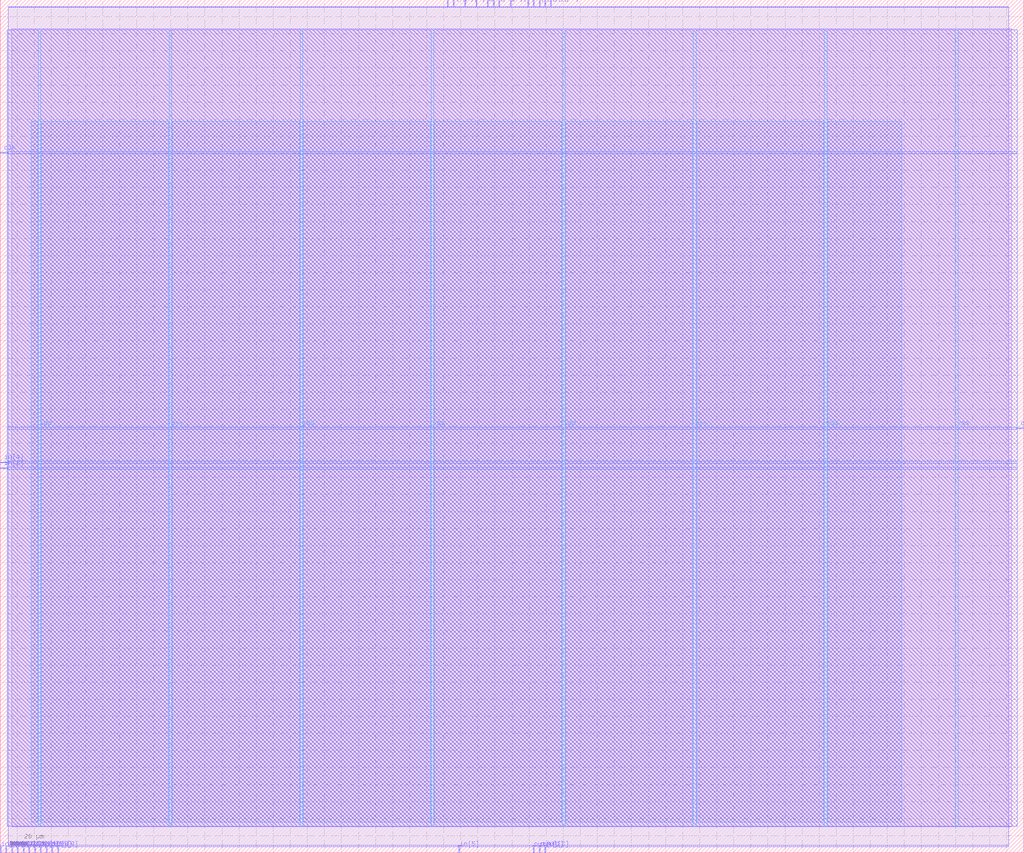
<source format=lef>
VERSION 5.7 ;
  NOWIREEXTENSIONATPIN ON ;
  DIVIDERCHAR "/" ;
  BUSBITCHARS "[]" ;
MACRO totp
  CLASS BLOCK ;
  FOREIGN totp ;
  ORIGIN 0.000 0.000 ;
  SIZE 600.000 BY 500.000 ;
  PIN clk
    DIRECTION INPUT ;
    USE SIGNAL ;
    ANTENNAGATEAREA 4.738000 ;
    ANTENNADIFFAREA 0.410400 ;
    PORT
      LAYER Metal3 ;
        RECT 0.000 409.920 4.000 410.480 ;
    END
  END clk
  PIN in[0]
    DIRECTION INPUT ;
    USE SIGNAL ;
    ANTENNAGATEAREA 0.498500 ;
    ANTENNADIFFAREA 0.410400 ;
    PORT
      LAYER Metal2 ;
        RECT 272.160 496.000 272.720 500.000 ;
    END
  END in[0]
  PIN in[10]
    DIRECTION INPUT ;
    USE SIGNAL ;
    PORT
      LAYER Metal2 ;
        RECT 0.000 0.000 0.560 4.000 ;
    END
  END in[10]
  PIN in[11]
    DIRECTION INPUT ;
    USE SIGNAL ;
    PORT
      LAYER Metal2 ;
        RECT 3.360 0.000 3.920 4.000 ;
    END
  END in[11]
  PIN in[12]
    DIRECTION INPUT ;
    USE SIGNAL ;
    PORT
      LAYER Metal2 ;
        RECT 6.720 0.000 7.280 4.000 ;
    END
  END in[12]
  PIN in[13]
    DIRECTION INPUT ;
    USE SIGNAL ;
    PORT
      LAYER Metal2 ;
        RECT 10.080 0.000 10.640 4.000 ;
    END
  END in[13]
  PIN in[14]
    DIRECTION INPUT ;
    USE SIGNAL ;
    PORT
      LAYER Metal2 ;
        RECT 13.440 0.000 14.000 4.000 ;
    END
  END in[14]
  PIN in[15]
    DIRECTION INPUT ;
    USE SIGNAL ;
    PORT
      LAYER Metal2 ;
        RECT 16.800 0.000 17.360 4.000 ;
    END
  END in[15]
  PIN in[16]
    DIRECTION INPUT ;
    USE SIGNAL ;
    PORT
      LAYER Metal2 ;
        RECT 20.160 0.000 20.720 4.000 ;
    END
  END in[16]
  PIN in[17]
    DIRECTION INPUT ;
    USE SIGNAL ;
    PORT
      LAYER Metal2 ;
        RECT 23.520 0.000 24.080 4.000 ;
    END
  END in[17]
  PIN in[1]
    DIRECTION INPUT ;
    USE SIGNAL ;
    ANTENNAGATEAREA 0.498500 ;
    ANTENNADIFFAREA 0.410400 ;
    PORT
      LAYER Metal2 ;
        RECT 265.440 496.000 266.000 500.000 ;
    END
  END in[1]
  PIN in[2]
    DIRECTION INPUT ;
    USE SIGNAL ;
    ANTENNAGATEAREA 0.726000 ;
    ANTENNADIFFAREA 0.410400 ;
    PORT
      LAYER Metal2 ;
        RECT 262.080 496.000 262.640 500.000 ;
    END
  END in[2]
  PIN in[3]
    DIRECTION INPUT ;
    USE SIGNAL ;
    ANTENNAGATEAREA 0.498500 ;
    ANTENNADIFFAREA 0.410400 ;
    PORT
      LAYER Metal3 ;
        RECT 0.000 225.120 4.000 225.680 ;
    END
  END in[3]
  PIN in[4]
    DIRECTION INPUT ;
    USE SIGNAL ;
    ANTENNAGATEAREA 0.498500 ;
    ANTENNADIFFAREA 0.410400 ;
    PORT
      LAYER Metal3 ;
        RECT 0.000 228.480 4.000 229.040 ;
    END
  END in[4]
  PIN in[5]
    DIRECTION INPUT ;
    USE SIGNAL ;
    ANTENNAGATEAREA 0.726000 ;
    ANTENNADIFFAREA 0.410400 ;
    PORT
      LAYER Metal2 ;
        RECT 268.800 0.000 269.360 4.000 ;
    END
  END in[5]
  PIN in[6]
    DIRECTION INPUT ;
    USE SIGNAL ;
    ANTENNAGATEAREA 0.498500 ;
    ANTENNADIFFAREA 0.410400 ;
    PORT
      LAYER Metal2 ;
        RECT 288.960 496.000 289.520 500.000 ;
    END
  END in[6]
  PIN in[7]
    DIRECTION INPUT ;
    USE SIGNAL ;
    PORT
      LAYER Metal2 ;
        RECT 26.880 0.000 27.440 4.000 ;
    END
  END in[7]
  PIN in[8]
    DIRECTION INPUT ;
    USE SIGNAL ;
    PORT
      LAYER Metal2 ;
        RECT 30.240 0.000 30.800 4.000 ;
    END
  END in[8]
  PIN in[9]
    DIRECTION INPUT ;
    USE SIGNAL ;
    PORT
      LAYER Metal2 ;
        RECT 33.600 0.000 34.160 4.000 ;
    END
  END in[9]
  PIN out[0]
    DIRECTION OUTPUT TRISTATE ;
    USE SIGNAL ;
    ANTENNADIFFAREA 4.731200 ;
    PORT
      LAYER Metal2 ;
        RECT 312.480 0.000 313.040 4.000 ;
    END
  END out[0]
  PIN out[10]
    DIRECTION OUTPUT TRISTATE ;
    USE SIGNAL ;
    ANTENNADIFFAREA 4.731200 ;
    PORT
      LAYER Metal2 ;
        RECT 285.600 496.000 286.160 500.000 ;
    END
  END out[10]
  PIN out[11]
    DIRECTION OUTPUT TRISTATE ;
    USE SIGNAL ;
    ANTENNADIFFAREA 4.731200 ;
    PORT
      LAYER Metal2 ;
        RECT 322.560 496.000 323.120 500.000 ;
    END
  END out[11]
  PIN out[1]
    DIRECTION OUTPUT TRISTATE ;
    USE SIGNAL ;
    ANTENNADIFFAREA 4.731200 ;
    PORT
      LAYER Metal2 ;
        RECT 315.840 0.000 316.400 4.000 ;
    END
  END out[1]
  PIN out[2]
    DIRECTION OUTPUT TRISTATE ;
    USE SIGNAL ;
    ANTENNADIFFAREA 4.731200 ;
    PORT
      LAYER Metal3 ;
        RECT 596.000 248.640 600.000 249.200 ;
    END
  END out[2]
  PIN out[3]
    DIRECTION OUTPUT TRISTATE ;
    USE SIGNAL ;
    ANTENNADIFFAREA 4.731200 ;
    PORT
      LAYER Metal2 ;
        RECT 319.200 0.000 319.760 4.000 ;
    END
  END out[3]
  PIN out[4]
    DIRECTION OUTPUT TRISTATE ;
    USE SIGNAL ;
    ANTENNADIFFAREA 4.731200 ;
    PORT
      LAYER Metal2 ;
        RECT 312.480 496.000 313.040 500.000 ;
    END
  END out[4]
  PIN out[5]
    DIRECTION OUTPUT TRISTATE ;
    USE SIGNAL ;
    ANTENNADIFFAREA 4.731200 ;
    PORT
      LAYER Metal2 ;
        RECT 315.840 496.000 316.400 500.000 ;
    END
  END out[5]
  PIN out[6]
    DIRECTION OUTPUT TRISTATE ;
    USE SIGNAL ;
    ANTENNADIFFAREA 4.731200 ;
    PORT
      LAYER Metal2 ;
        RECT 319.200 496.000 319.760 500.000 ;
    END
  END out[6]
  PIN out[7]
    DIRECTION OUTPUT TRISTATE ;
    USE SIGNAL ;
    ANTENNADIFFAREA 4.731200 ;
    PORT
      LAYER Metal2 ;
        RECT 309.120 496.000 309.680 500.000 ;
    END
  END out[7]
  PIN out[8]
    DIRECTION OUTPUT TRISTATE ;
    USE SIGNAL ;
    ANTENNADIFFAREA 4.731200 ;
    PORT
      LAYER Metal2 ;
        RECT 299.040 496.000 299.600 500.000 ;
    END
  END out[8]
  PIN out[9]
    DIRECTION OUTPUT TRISTATE ;
    USE SIGNAL ;
    ANTENNADIFFAREA 4.731200 ;
    PORT
      LAYER Metal2 ;
        RECT 292.320 496.000 292.880 500.000 ;
    END
  END out[9]
  PIN rst_n
    DIRECTION INPUT ;
    USE SIGNAL ;
    ANTENNAGATEAREA 0.498500 ;
    ANTENNADIFFAREA 0.410400 ;
    PORT
      LAYER Metal2 ;
        RECT 278.880 496.000 279.440 500.000 ;
    END
  END rst_n
  PIN vdd
    DIRECTION INOUT ;
    USE POWER ;
    PORT
      LAYER Metal4 ;
        RECT 22.240 15.380 23.840 482.460 ;
    END
    PORT
      LAYER Metal4 ;
        RECT 175.840 15.380 177.440 482.460 ;
    END
    PORT
      LAYER Metal4 ;
        RECT 329.440 15.380 331.040 482.460 ;
    END
    PORT
      LAYER Metal4 ;
        RECT 483.040 15.380 484.640 482.460 ;
    END
  END vdd
  PIN vss
    DIRECTION INOUT ;
    USE GROUND ;
    PORT
      LAYER Metal4 ;
        RECT 99.040 15.380 100.640 482.460 ;
    END
    PORT
      LAYER Metal4 ;
        RECT 252.640 15.380 254.240 482.460 ;
    END
    PORT
      LAYER Metal4 ;
        RECT 406.240 15.380 407.840 482.460 ;
    END
    PORT
      LAYER Metal4 ;
        RECT 559.840 15.380 561.440 482.460 ;
    END
  END vss
  OBS
      LAYER Metal1 ;
        RECT 6.720 15.380 593.040 483.130 ;
      LAYER Metal2 ;
        RECT 4.620 495.700 261.780 496.000 ;
        RECT 262.940 495.700 265.140 496.000 ;
        RECT 266.300 495.700 271.860 496.000 ;
        RECT 273.020 495.700 278.580 496.000 ;
        RECT 279.740 495.700 285.300 496.000 ;
        RECT 286.460 495.700 288.660 496.000 ;
        RECT 289.820 495.700 292.020 496.000 ;
        RECT 293.180 495.700 298.740 496.000 ;
        RECT 299.900 495.700 308.820 496.000 ;
        RECT 309.980 495.700 312.180 496.000 ;
        RECT 313.340 495.700 315.540 496.000 ;
        RECT 316.700 495.700 318.900 496.000 ;
        RECT 320.060 495.700 322.260 496.000 ;
        RECT 323.420 495.700 591.220 496.000 ;
        RECT 4.620 4.300 591.220 495.700 ;
        RECT 4.620 3.500 6.420 4.300 ;
        RECT 7.580 3.500 9.780 4.300 ;
        RECT 10.940 3.500 13.140 4.300 ;
        RECT 14.300 3.500 16.500 4.300 ;
        RECT 17.660 3.500 19.860 4.300 ;
        RECT 21.020 3.500 23.220 4.300 ;
        RECT 24.380 3.500 26.580 4.300 ;
        RECT 27.740 3.500 29.940 4.300 ;
        RECT 31.100 3.500 33.300 4.300 ;
        RECT 34.460 3.500 268.500 4.300 ;
        RECT 269.660 3.500 312.180 4.300 ;
        RECT 313.340 3.500 315.540 4.300 ;
        RECT 316.700 3.500 318.900 4.300 ;
        RECT 320.060 3.500 591.220 4.300 ;
      LAYER Metal3 ;
        RECT 4.000 410.780 596.000 482.300 ;
        RECT 4.300 409.620 596.000 410.780 ;
        RECT 4.000 249.500 596.000 409.620 ;
        RECT 4.000 248.340 595.700 249.500 ;
        RECT 4.000 229.340 596.000 248.340 ;
        RECT 4.300 228.180 596.000 229.340 ;
        RECT 4.000 225.980 596.000 228.180 ;
        RECT 4.300 224.820 596.000 225.980 ;
        RECT 4.000 15.540 596.000 224.820 ;
      LAYER Metal4 ;
        RECT 18.060 18.010 21.940 428.870 ;
        RECT 24.140 18.010 98.740 428.870 ;
        RECT 100.940 18.010 175.540 428.870 ;
        RECT 177.740 18.010 252.340 428.870 ;
        RECT 254.540 18.010 329.140 428.870 ;
        RECT 331.340 18.010 405.940 428.870 ;
        RECT 408.140 18.010 482.740 428.870 ;
        RECT 484.940 18.010 528.500 428.870 ;
  END
END totp
END LIBRARY


</source>
